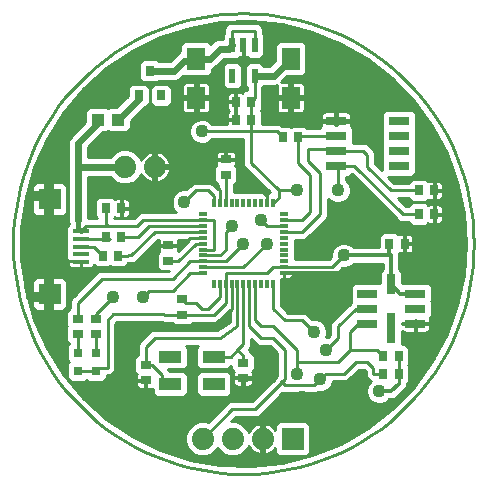
<source format=gtl>
G75*
G70*
%OFA0B0*%
%FSLAX24Y24*%
%IPPOS*%
%LPD*%
%AMOC8*
5,1,8,0,0,1.08239X$1,22.5*
%
%ADD10C,0.0100*%
%ADD11R,0.0315X0.0118*%
%ADD12R,0.0118X0.0315*%
%ADD13R,0.0748X0.0433*%
%ADD14R,0.0354X0.0276*%
%ADD15R,0.0551X0.0138*%
%ADD16R,0.0748X0.0709*%
%ADD17R,0.0276X0.0354*%
%ADD18R,0.0217X0.0472*%
%ADD19R,0.0630X0.0748*%
%ADD20R,0.0315X0.0354*%
%ADD21R,0.0433X0.0394*%
%ADD22R,0.0315X0.0315*%
%ADD23R,0.0740X0.0740*%
%ADD24C,0.0740*%
%ADD25R,0.0709X0.0315*%
%ADD26R,0.0315X0.0984*%
%ADD27R,0.0315X0.0657*%
%ADD28R,0.0657X0.0315*%
%ADD29C,0.0436*%
%ADD30C,0.0120*%
%ADD31C,0.0320*%
%ADD32C,0.0240*%
%ADD33C,0.0160*%
D10*
X002561Y002613D02*
X008150Y002613D01*
X008113Y002575D02*
X007408Y002575D01*
X007313Y002536D01*
X006648Y001871D01*
X006579Y001899D01*
X006349Y001899D01*
X006135Y001811D01*
X005972Y001648D01*
X005884Y001435D01*
X005884Y001204D01*
X005972Y000991D01*
X006135Y000828D01*
X006349Y000739D01*
X006579Y000739D01*
X006793Y000828D01*
X006956Y000991D01*
X006964Y001011D01*
X006972Y000991D01*
X007135Y000828D01*
X007349Y000739D01*
X007579Y000739D01*
X007793Y000828D01*
X007956Y000991D01*
X007997Y001091D01*
X008019Y001047D01*
X008067Y000981D01*
X008125Y000923D01*
X008191Y000875D01*
X008264Y000838D01*
X008342Y000812D01*
X008414Y000801D01*
X008414Y001269D01*
X008514Y001269D01*
X008514Y000801D01*
X008586Y000812D01*
X008664Y000838D01*
X008737Y000875D01*
X008803Y000923D01*
X008861Y000981D01*
X008884Y001013D01*
X008884Y000862D01*
X009007Y000739D01*
X009921Y000739D01*
X010044Y000862D01*
X010044Y001776D01*
X009921Y001899D01*
X009007Y001899D01*
X008884Y001776D01*
X008884Y001626D01*
X008861Y001658D01*
X008803Y001716D01*
X008737Y001764D01*
X008664Y001801D01*
X008586Y001827D01*
X008514Y001838D01*
X008514Y001369D01*
X008414Y001369D01*
X008414Y001838D01*
X008342Y001827D01*
X008264Y001801D01*
X008191Y001764D01*
X008125Y001716D01*
X008067Y001658D01*
X008019Y001592D01*
X007997Y001548D01*
X007956Y001648D01*
X007793Y001811D01*
X007579Y001899D01*
X007412Y001899D01*
X007568Y002055D01*
X008273Y002055D01*
X008368Y002095D01*
X009119Y002846D01*
X009151Y002833D01*
X009259Y002833D01*
X009283Y002843D01*
X010241Y002843D01*
X010310Y002871D01*
X010471Y002871D01*
X010629Y002937D01*
X010749Y003057D01*
X010814Y003214D01*
X010814Y003236D01*
X011225Y003236D01*
X011321Y003276D01*
X011394Y003349D01*
X011675Y003630D01*
X011853Y003630D01*
X011898Y003586D01*
X011898Y003445D01*
X011937Y003349D01*
X012011Y003276D01*
X012088Y003244D01*
X011992Y003148D01*
X011927Y002991D01*
X011927Y002821D01*
X011992Y002663D01*
X012112Y002543D01*
X012270Y002478D01*
X012440Y002478D01*
X012597Y002543D01*
X012690Y002636D01*
X012802Y002636D01*
X012901Y002677D01*
X012977Y002753D01*
X013233Y003009D01*
X013274Y003108D01*
X013274Y003155D01*
X013352Y003232D01*
X013352Y003761D01*
X013321Y003792D01*
X013352Y003823D01*
X013352Y004351D01*
X013229Y004474D01*
X013116Y004474D01*
X013116Y004909D01*
X013141Y004884D01*
X013175Y004865D01*
X013213Y004854D01*
X013533Y004854D01*
X013533Y005133D01*
X013590Y005133D01*
X013590Y004854D01*
X013910Y004854D01*
X013948Y004865D01*
X013982Y004884D01*
X014010Y004912D01*
X014030Y004946D01*
X014040Y004985D01*
X014040Y005133D01*
X013590Y005133D01*
X013590Y005191D01*
X013533Y005191D01*
X013533Y005294D01*
X013590Y005294D01*
X013590Y005191D01*
X014040Y005191D01*
X014040Y005339D01*
X014036Y005353D01*
X014100Y005417D01*
X014100Y005906D01*
X014095Y005912D01*
X014100Y005917D01*
X014100Y006406D01*
X013977Y006529D01*
X013146Y006529D01*
X013116Y006500D01*
X013116Y006891D01*
X013018Y006988D01*
X013018Y007487D01*
X013009Y007509D01*
X013044Y007500D01*
X013182Y007500D01*
X013182Y007808D01*
X013220Y007808D01*
X013220Y007500D01*
X013359Y007500D01*
X013397Y007510D01*
X013431Y007530D01*
X013459Y007558D01*
X013479Y007592D01*
X013489Y007630D01*
X013489Y007808D01*
X013220Y007808D01*
X013220Y007846D01*
X013182Y007846D01*
X013182Y008154D01*
X013044Y008154D01*
X013005Y008144D01*
X012992Y008136D01*
X012914Y008214D01*
X012465Y008214D01*
X012342Y008091D01*
X012342Y007703D01*
X011509Y007703D01*
X011416Y007796D01*
X011259Y007862D01*
X011088Y007862D01*
X010931Y007796D01*
X010811Y007676D01*
X010746Y007519D01*
X010746Y007373D01*
X010672Y007300D01*
X009533Y007300D01*
X009533Y007961D01*
X009847Y007961D01*
X009943Y008000D01*
X010016Y008074D01*
X010533Y008591D01*
X010533Y008591D01*
X010607Y008664D01*
X010646Y008760D01*
X010646Y009324D01*
X010734Y009236D01*
X010892Y009171D01*
X011062Y009171D01*
X011219Y009236D01*
X011340Y009356D01*
X011405Y009514D01*
X011405Y009684D01*
X011340Y009841D01*
X011237Y009944D01*
X011237Y010056D01*
X011352Y010056D01*
X011441Y010145D01*
X012922Y008664D01*
X012995Y008591D01*
X013090Y008551D01*
X013326Y008551D01*
X013326Y008547D01*
X013449Y008424D01*
X013898Y008424D01*
X013976Y008502D01*
X013990Y008494D01*
X014028Y008484D01*
X014167Y008484D01*
X014167Y008793D01*
X014204Y008793D01*
X014204Y008830D01*
X014167Y008830D01*
X014167Y009139D01*
X014028Y009139D01*
X013990Y009128D01*
X013976Y009121D01*
X013898Y009199D01*
X013449Y009199D01*
X013326Y009076D01*
X013326Y009071D01*
X013250Y009071D01*
X012982Y009339D01*
X013326Y009339D01*
X013326Y009335D01*
X013449Y009212D01*
X013898Y009212D01*
X013976Y009290D01*
X013990Y009282D01*
X014028Y009272D01*
X014167Y009272D01*
X014167Y009580D01*
X014204Y009580D01*
X014204Y009272D01*
X014343Y009272D01*
X014381Y009282D01*
X014415Y009302D01*
X014443Y009330D01*
X014463Y009364D01*
X014473Y009402D01*
X014473Y009580D01*
X014204Y009580D01*
X014204Y009618D01*
X014167Y009618D01*
X014167Y009926D01*
X014028Y009926D01*
X013990Y009916D01*
X013976Y009908D01*
X013898Y009986D01*
X013449Y009986D01*
X013326Y009863D01*
X013326Y009859D01*
X012856Y009859D01*
X012659Y010056D01*
X013452Y010056D01*
X013575Y010179D01*
X013575Y010668D01*
X013570Y010674D01*
X013575Y010679D01*
X013575Y011168D01*
X013570Y011174D01*
X013575Y011179D01*
X013575Y011668D01*
X013570Y011674D01*
X013575Y011679D01*
X013575Y012168D01*
X013452Y012291D01*
X012570Y012291D01*
X012447Y012168D01*
X012447Y011679D01*
X012452Y011674D01*
X012447Y011668D01*
X012447Y011179D01*
X012452Y011174D01*
X012447Y011168D01*
X012447Y010679D01*
X012452Y010674D01*
X012447Y010668D01*
X012447Y010268D01*
X012221Y010494D01*
X012221Y010832D01*
X012181Y010927D01*
X012108Y011000D01*
X011965Y011144D01*
X011869Y011184D01*
X011475Y011184D01*
X011475Y011668D01*
X011411Y011732D01*
X011415Y011746D01*
X011415Y011895D01*
X010940Y011895D01*
X010940Y011952D01*
X011415Y011952D01*
X011415Y012101D01*
X011405Y012139D01*
X011385Y012173D01*
X011357Y012201D01*
X011323Y012221D01*
X011285Y012231D01*
X010940Y012231D01*
X010940Y011952D01*
X010882Y011952D01*
X010882Y011895D01*
X010407Y011895D01*
X010407Y011746D01*
X010411Y011732D01*
X010362Y011684D01*
X009957Y011684D01*
X009883Y011758D01*
X009433Y011758D01*
X009402Y011727D01*
X009371Y011758D01*
X009127Y011758D01*
X009096Y011788D01*
X009001Y011827D01*
X008431Y011827D01*
X008431Y012225D01*
X008400Y012256D01*
X008431Y012287D01*
X008431Y012545D01*
X008461Y012618D01*
X008461Y013036D01*
X008513Y013088D01*
X008897Y013088D01*
X008943Y013107D01*
X008937Y013083D01*
X008937Y012739D01*
X009352Y012739D01*
X009352Y012639D01*
X009452Y012639D01*
X009452Y012165D01*
X009737Y012165D01*
X009775Y012176D01*
X009809Y012195D01*
X009837Y012223D01*
X009857Y012257D01*
X009867Y012296D01*
X009867Y012639D01*
X009452Y012639D01*
X009452Y012739D01*
X009867Y012739D01*
X009867Y013083D01*
X009857Y013121D01*
X009837Y013155D01*
X009809Y013183D01*
X009775Y013203D01*
X009737Y013213D01*
X009452Y013213D01*
X009452Y012739D01*
X009352Y012739D01*
X009352Y013213D01*
X009093Y013213D01*
X009285Y013405D01*
X009804Y013405D01*
X009927Y013528D01*
X009927Y014450D01*
X009804Y014573D01*
X009000Y014573D01*
X008877Y014450D01*
X008877Y013930D01*
X008694Y013748D01*
X008513Y013748D01*
X008396Y013864D01*
X008006Y013864D01*
X007883Y013741D01*
X007883Y013512D01*
X007871Y013483D01*
X007871Y013352D01*
X007883Y013324D01*
X007883Y013094D01*
X007941Y013036D01*
X007941Y012939D01*
X007858Y012939D01*
X007780Y012861D01*
X007767Y012869D01*
X007729Y012879D01*
X007590Y012879D01*
X007590Y012570D01*
X007552Y012570D01*
X007552Y012533D01*
X007283Y012533D01*
X007283Y012355D01*
X007294Y012317D01*
X007313Y012282D01*
X007339Y012256D01*
X007313Y012230D01*
X007294Y012196D01*
X007283Y012158D01*
X007283Y011980D01*
X007552Y011980D01*
X007552Y011942D01*
X007283Y011942D01*
X007283Y011827D01*
X006795Y011827D01*
X006692Y011930D01*
X006534Y011995D01*
X006364Y011995D01*
X006207Y011930D01*
X006086Y011810D01*
X006021Y011652D01*
X006021Y011482D01*
X006086Y011325D01*
X006207Y011204D01*
X006364Y011139D01*
X006534Y011139D01*
X006692Y011204D01*
X006795Y011307D01*
X007823Y011307D01*
X007823Y010472D01*
X007863Y010377D01*
X008706Y009533D01*
X008665Y009533D01*
X008615Y009482D01*
X008564Y009533D01*
X007497Y009533D01*
X007497Y009783D01*
X007501Y009783D01*
X007624Y009906D01*
X007624Y010355D01*
X007546Y010433D01*
X007554Y010446D01*
X007564Y010485D01*
X007564Y010623D01*
X007256Y010623D01*
X007256Y010661D01*
X007564Y010661D01*
X007564Y010800D01*
X007554Y010838D01*
X007534Y010872D01*
X007506Y010900D01*
X007472Y010920D01*
X007434Y010930D01*
X007256Y010930D01*
X007256Y010661D01*
X007218Y010661D01*
X007218Y010930D01*
X007040Y010930D01*
X007002Y010920D01*
X006967Y010900D01*
X006939Y010872D01*
X006920Y010838D01*
X006909Y010800D01*
X006909Y010661D01*
X007218Y010661D01*
X007218Y010623D01*
X006909Y010623D01*
X006909Y010485D01*
X006920Y010446D01*
X006927Y010433D01*
X006849Y010355D01*
X006849Y009906D01*
X006972Y009783D01*
X006977Y009783D01*
X006977Y009636D01*
X006866Y009746D01*
X006793Y009819D01*
X006698Y009859D01*
X006201Y009859D01*
X006105Y009819D01*
X006032Y009746D01*
X005919Y009633D01*
X005774Y009633D01*
X005616Y009568D01*
X005496Y009448D01*
X005431Y009290D01*
X005431Y009120D01*
X005496Y008963D01*
X005584Y008875D01*
X004429Y008875D01*
X004333Y008835D01*
X004176Y008678D01*
X003522Y008678D01*
X003543Y008699D01*
X003557Y008691D01*
X003595Y008681D01*
X003733Y008681D01*
X003733Y008989D01*
X003771Y008989D01*
X003771Y008681D01*
X003910Y008681D01*
X003948Y008691D01*
X003982Y008711D01*
X004010Y008739D01*
X004030Y008773D01*
X004040Y008811D01*
X004040Y008989D01*
X003771Y008989D01*
X003771Y009027D01*
X003733Y009027D01*
X003733Y009335D01*
X003595Y009335D01*
X003557Y009325D01*
X003543Y009317D01*
X003465Y009395D01*
X003016Y009395D01*
X002893Y009272D01*
X002893Y008744D01*
X002959Y008678D01*
X002645Y008678D01*
X002645Y010056D01*
X003384Y010056D01*
X003546Y009895D01*
X003759Y009806D01*
X003990Y009806D01*
X004203Y009895D01*
X004366Y010058D01*
X004407Y010157D01*
X004430Y010114D01*
X004478Y010047D01*
X004536Y009990D01*
X004602Y009941D01*
X004675Y009904D01*
X004753Y009879D01*
X004824Y009868D01*
X004824Y010336D01*
X004924Y010336D01*
X004924Y009868D01*
X004996Y009879D01*
X005074Y009904D01*
X005147Y009941D01*
X005213Y009990D01*
X005271Y010047D01*
X005319Y010114D01*
X005356Y010187D01*
X005382Y010264D01*
X005393Y010336D01*
X004924Y010336D01*
X004924Y010436D01*
X004824Y010436D01*
X004824Y010905D01*
X004753Y010893D01*
X004675Y010868D01*
X004602Y010831D01*
X004536Y010783D01*
X004478Y010725D01*
X004430Y010659D01*
X004407Y010615D01*
X004366Y010715D01*
X004203Y010878D01*
X003990Y010966D01*
X003759Y010966D01*
X003546Y010878D01*
X003384Y010716D01*
X002645Y010716D01*
X002645Y011037D01*
X003163Y011554D01*
X003284Y011554D01*
X003315Y011585D01*
X003346Y011554D01*
X003954Y011554D01*
X004077Y011677D01*
X004077Y011921D01*
X004533Y012377D01*
X004580Y012377D01*
X004703Y012500D01*
X004703Y013028D01*
X004580Y013151D01*
X004091Y013151D01*
X003968Y013028D01*
X003968Y012745D01*
X003590Y012368D01*
X003346Y012368D01*
X003315Y012337D01*
X003284Y012368D01*
X002677Y012368D01*
X002554Y012245D01*
X002554Y011879D01*
X002036Y011361D01*
X001985Y011239D01*
X001985Y008549D01*
X002013Y008483D01*
X001927Y008396D01*
X001927Y007317D01*
X001987Y007257D01*
X001987Y007217D01*
X002027Y007217D01*
X001987Y007217D01*
X001987Y007128D01*
X001997Y007090D01*
X002017Y007056D01*
X002045Y007028D01*
X002079Y007008D01*
X002117Y006998D01*
X002412Y006998D01*
X002412Y007194D01*
X002412Y007194D01*
X002412Y006998D01*
X002708Y006998D01*
X002746Y007008D01*
X002780Y007028D01*
X002808Y007056D01*
X002828Y007090D01*
X002834Y007116D01*
X002909Y007042D01*
X003358Y007042D01*
X003389Y007073D01*
X003420Y007042D01*
X003870Y007042D01*
X003993Y007165D01*
X003993Y007171D01*
X004090Y007173D01*
X004139Y007173D01*
X004142Y007175D01*
X004145Y007175D01*
X004189Y007194D01*
X004234Y007213D01*
X004237Y007215D01*
X004239Y007217D01*
X004273Y007252D01*
X004982Y007961D01*
X005010Y007961D01*
X005000Y007924D01*
X005000Y007785D01*
X005308Y007785D01*
X005308Y007748D01*
X005000Y007748D01*
X005000Y007609D01*
X005010Y007571D01*
X005018Y007557D01*
X004940Y007480D01*
X004940Y007030D01*
X005063Y006907D01*
X005358Y006907D01*
X005357Y006906D01*
X003051Y006906D01*
X002955Y006866D01*
X002168Y006079D01*
X002095Y006006D01*
X002055Y005910D01*
X002055Y005675D01*
X002051Y005675D01*
X001928Y005552D01*
X001928Y005102D01*
X001959Y005071D01*
X001928Y005040D01*
X001928Y004591D01*
X002018Y004500D01*
X001948Y004430D01*
X001948Y003941D01*
X001999Y003890D01*
X001948Y003839D01*
X001948Y003350D01*
X002071Y003227D01*
X002560Y003227D01*
X002611Y003278D01*
X002661Y003227D01*
X003150Y003227D01*
X003273Y003350D01*
X003273Y003433D01*
X003351Y003433D01*
X003447Y003473D01*
X003520Y003546D01*
X003560Y003642D01*
X003560Y005160D01*
X003604Y005205D01*
X005064Y005205D01*
X005221Y005196D01*
X005228Y005193D01*
X005273Y005193D01*
X005317Y005191D01*
X005324Y005193D01*
X005444Y005193D01*
X005532Y005105D01*
X006060Y005105D01*
X006148Y005193D01*
X006883Y005193D01*
X006978Y005233D01*
X007370Y005625D01*
X007370Y005210D01*
X006961Y004938D01*
X004823Y004938D01*
X004727Y004898D01*
X004428Y004599D01*
X004355Y004526D01*
X004315Y004430D01*
X004315Y004130D01*
X004311Y004130D01*
X004188Y004007D01*
X004188Y003558D01*
X004266Y003480D01*
X004258Y003466D01*
X004248Y003428D01*
X004248Y003289D01*
X004556Y003289D01*
X004556Y003252D01*
X004248Y003252D01*
X004248Y003113D01*
X004258Y003075D01*
X004278Y003041D01*
X004306Y003013D01*
X004340Y002993D01*
X004378Y002983D01*
X004556Y002983D01*
X004556Y003252D01*
X004594Y003252D01*
X004594Y002983D01*
X004772Y002983D01*
X004804Y002991D01*
X004804Y002850D01*
X004927Y002727D01*
X005849Y002727D01*
X005972Y002850D01*
X005972Y003457D01*
X005849Y003580D01*
X005348Y003580D01*
X005343Y003593D01*
X005302Y003633D01*
X005849Y003633D01*
X005972Y003756D01*
X005972Y004363D01*
X005917Y004418D01*
X006315Y004418D01*
X006260Y004363D01*
X006260Y003756D01*
X006383Y003633D01*
X007305Y003633D01*
X007426Y003753D01*
X007426Y003638D01*
X007504Y003560D01*
X007496Y003546D01*
X007486Y003508D01*
X007486Y003370D01*
X007794Y003370D01*
X007794Y003332D01*
X007486Y003332D01*
X007486Y003193D01*
X007496Y003155D01*
X007516Y003121D01*
X007544Y003093D01*
X007578Y003073D01*
X007616Y003063D01*
X007794Y003063D01*
X007794Y003332D01*
X007832Y003332D01*
X007832Y003370D01*
X008140Y003370D01*
X008140Y003508D01*
X008130Y003546D01*
X008122Y003560D01*
X008200Y003638D01*
X008200Y004087D01*
X008077Y004210D01*
X008049Y004210D01*
X008033Y004248D01*
X007998Y004284D01*
X008048Y004333D01*
X008087Y004429D01*
X008087Y004640D01*
X008197Y004530D01*
X008270Y004457D01*
X008366Y004418D01*
X008704Y004418D01*
X008945Y004176D01*
X008945Y003421D01*
X008878Y003354D01*
X008868Y003330D01*
X008113Y002575D01*
X008249Y002711D02*
X002461Y002711D01*
X002492Y002675D02*
X001827Y003467D01*
X001278Y004345D01*
X000857Y005290D01*
X000572Y006285D01*
X000428Y007310D01*
X000428Y008345D01*
X000572Y009369D01*
X000857Y010364D01*
X001278Y011309D01*
X001827Y012187D01*
X002492Y012980D01*
X003261Y013672D01*
X004119Y014251D01*
X005049Y014704D01*
X006033Y015024D01*
X007052Y015204D01*
X008086Y015240D01*
X009115Y015132D01*
X010119Y014881D01*
X011079Y014494D01*
X011975Y013976D01*
X012790Y013339D01*
X013509Y012595D01*
X014117Y011758D01*
X014603Y010844D01*
X014957Y009872D01*
X015172Y008859D01*
X015244Y007827D01*
X015172Y006795D01*
X014957Y005783D01*
X014603Y004810D01*
X014117Y003897D01*
X013509Y003060D01*
X012790Y002315D01*
X011975Y001678D01*
X011079Y001161D01*
X010119Y000773D01*
X009115Y000523D01*
X008086Y000415D01*
X007052Y000451D01*
X006033Y000630D01*
X005049Y000950D01*
X004119Y001404D01*
X003261Y001982D01*
X002492Y002675D01*
X002379Y002810D02*
X004845Y002810D01*
X004804Y002908D02*
X002296Y002908D01*
X002213Y003007D02*
X004317Y003007D01*
X004250Y003105D02*
X002131Y003105D01*
X002048Y003204D02*
X004248Y003204D01*
X004248Y003302D02*
X003225Y003302D01*
X003273Y003401D02*
X004248Y003401D01*
X004247Y003499D02*
X003473Y003499D01*
X003541Y003598D02*
X004188Y003598D01*
X004188Y003696D02*
X003560Y003696D01*
X003560Y003795D02*
X004188Y003795D01*
X004188Y003893D02*
X003560Y003893D01*
X003560Y003992D02*
X004188Y003992D01*
X004271Y004090D02*
X003560Y004090D01*
X003560Y004189D02*
X004315Y004189D01*
X004315Y004287D02*
X003560Y004287D01*
X003560Y004386D02*
X004315Y004386D01*
X004338Y004484D02*
X003560Y004484D01*
X003560Y004583D02*
X004412Y004583D01*
X004510Y004681D02*
X003560Y004681D01*
X003560Y004780D02*
X004609Y004780D01*
X004707Y004878D02*
X003560Y004878D01*
X003560Y004977D02*
X007019Y004977D01*
X007040Y005071D02*
X004481Y005071D01*
X003890Y004481D01*
X003890Y003300D01*
X003103Y002512D01*
X002889Y002317D02*
X007094Y002317D01*
X007192Y002416D02*
X002780Y002416D01*
X002670Y002514D02*
X007291Y002514D01*
X007305Y002727D02*
X007429Y002850D01*
X007429Y003457D01*
X007305Y003580D01*
X006383Y003580D01*
X006260Y003457D01*
X006260Y002850D01*
X006383Y002727D01*
X007305Y002727D01*
X007388Y002810D02*
X008347Y002810D01*
X008446Y002908D02*
X007429Y002908D01*
X007429Y003007D02*
X008544Y003007D01*
X008643Y003105D02*
X008094Y003105D01*
X008082Y003093D02*
X008110Y003121D01*
X008130Y003155D01*
X008140Y003193D01*
X008140Y003332D01*
X007832Y003332D01*
X007832Y003063D01*
X008010Y003063D01*
X008048Y003073D01*
X008082Y003093D01*
X008140Y003204D02*
X008741Y003204D01*
X008840Y003302D02*
X008140Y003302D01*
X008221Y003300D02*
X007827Y003300D01*
X007832Y003302D02*
X007794Y003302D01*
X007794Y003204D02*
X007832Y003204D01*
X007832Y003105D02*
X007794Y003105D01*
X007532Y003105D02*
X007429Y003105D01*
X007429Y003204D02*
X007486Y003204D01*
X007486Y003302D02*
X007429Y003302D01*
X007429Y003401D02*
X007486Y003401D01*
X007486Y003499D02*
X007387Y003499D01*
X007466Y003598D02*
X005338Y003598D01*
X005122Y003445D02*
X005122Y003154D01*
X005388Y003154D01*
X005337Y003103D01*
X005122Y003154D02*
X005071Y003103D01*
X005122Y003445D02*
X004785Y003782D01*
X004575Y003782D01*
X004575Y004378D01*
X004874Y004678D01*
X007040Y004678D01*
X007630Y005071D01*
X007630Y006489D01*
X007433Y006489D02*
X007433Y005662D01*
X007040Y005268D01*
X007040Y005071D01*
X007167Y005075D02*
X003560Y005075D01*
X003573Y005174D02*
X005463Y005174D01*
X005280Y005453D02*
X005071Y005465D01*
X003496Y005465D01*
X003300Y005268D01*
X003300Y003693D01*
X003004Y003693D01*
X002906Y003595D01*
X002315Y003595D01*
X001948Y003598D02*
X001745Y003598D01*
X001684Y003696D02*
X001948Y003696D01*
X001948Y003795D02*
X001622Y003795D01*
X001561Y003893D02*
X001996Y003893D01*
X001948Y003992D02*
X001499Y003992D01*
X001438Y004090D02*
X001948Y004090D01*
X001948Y004189D02*
X001376Y004189D01*
X001314Y004287D02*
X001948Y004287D01*
X001948Y004386D02*
X001260Y004386D01*
X001216Y004484D02*
X002002Y004484D01*
X001936Y004583D02*
X001172Y004583D01*
X001129Y004681D02*
X001928Y004681D01*
X001928Y004780D02*
X001085Y004780D01*
X001041Y004878D02*
X001928Y004878D01*
X001928Y004977D02*
X000997Y004977D01*
X000953Y005075D02*
X001956Y005075D01*
X001928Y005174D02*
X000909Y005174D01*
X000865Y005272D02*
X001928Y005272D01*
X001928Y005371D02*
X000834Y005371D01*
X000806Y005469D02*
X001928Y005469D01*
X001944Y005568D02*
X000778Y005568D01*
X000750Y005666D02*
X000831Y005666D01*
X000785Y005713D02*
X000908Y005590D01*
X001830Y005590D01*
X001953Y005713D01*
X001953Y006595D01*
X001830Y006718D01*
X000908Y006718D01*
X000785Y006595D01*
X000785Y005713D01*
X000785Y005765D02*
X000721Y005765D01*
X000693Y005863D02*
X000785Y005863D01*
X000785Y005962D02*
X000665Y005962D01*
X000637Y006060D02*
X000785Y006060D01*
X000785Y006159D02*
X000608Y006159D01*
X000580Y006257D02*
X000785Y006257D01*
X000785Y006356D02*
X000562Y006356D01*
X000548Y006454D02*
X000785Y006454D01*
X000785Y006553D02*
X000534Y006553D01*
X000521Y006651D02*
X000841Y006651D01*
X000507Y006750D02*
X002839Y006750D01*
X002937Y006848D02*
X000493Y006848D01*
X000479Y006947D02*
X005023Y006947D01*
X004940Y007045D02*
X003873Y007045D01*
X003972Y007144D02*
X004940Y007144D01*
X004940Y007242D02*
X004264Y007242D01*
X004362Y007341D02*
X004940Y007341D01*
X004940Y007439D02*
X004460Y007439D01*
X004559Y007538D02*
X004998Y007538D01*
X005000Y007636D02*
X004657Y007636D01*
X004756Y007735D02*
X005000Y007735D01*
X005000Y007833D02*
X004854Y007833D01*
X004953Y007932D02*
X005002Y007932D01*
X004874Y008221D02*
X004087Y007433D01*
X003885Y007429D01*
X003645Y007429D01*
X003417Y007045D02*
X003362Y007045D01*
X003133Y007429D02*
X002833Y007729D01*
X002412Y007729D01*
X002412Y007985D02*
X003369Y007985D01*
X003232Y008044D01*
X003300Y008418D02*
X003241Y008477D01*
X003241Y009008D01*
X002893Y009015D02*
X002645Y009015D01*
X002645Y008917D02*
X002893Y008917D01*
X002893Y008818D02*
X002645Y008818D01*
X002645Y008720D02*
X002917Y008720D01*
X002589Y008418D02*
X002412Y008241D01*
X002589Y008418D02*
X003300Y008418D01*
X004284Y008418D01*
X004481Y008615D01*
X006489Y008615D01*
X006843Y008615D01*
X006843Y007630D01*
X006489Y007630D01*
X006489Y007433D02*
X007040Y007433D01*
X007237Y007630D01*
X007237Y008221D01*
X007433Y008418D01*
X000150Y007827D02*
X000159Y008204D01*
X000187Y008579D01*
X000233Y008953D01*
X000298Y009325D01*
X000380Y009692D01*
X000481Y010056D01*
X000599Y010413D01*
X000734Y010765D01*
X000887Y011109D01*
X001056Y011446D01*
X001242Y011774D01*
X001444Y012092D01*
X001661Y012400D01*
X001893Y012697D01*
X002139Y012983D01*
X002399Y013255D01*
X002671Y013515D01*
X002957Y013761D01*
X003254Y013993D01*
X003562Y014210D01*
X003880Y014412D01*
X004208Y014598D01*
X004545Y014767D01*
X004889Y014920D01*
X005241Y015055D01*
X005598Y015173D01*
X005962Y015274D01*
X006329Y015356D01*
X006701Y015421D01*
X007075Y015467D01*
X007450Y015495D01*
X007827Y015504D01*
X008204Y015495D01*
X008579Y015467D01*
X008953Y015421D01*
X009325Y015356D01*
X009692Y015274D01*
X010056Y015173D01*
X010413Y015055D01*
X010765Y014920D01*
X011109Y014767D01*
X011446Y014598D01*
X011774Y014412D01*
X012092Y014210D01*
X012400Y013993D01*
X012697Y013761D01*
X012983Y013515D01*
X013255Y013255D01*
X013515Y012983D01*
X013761Y012697D01*
X013993Y012400D01*
X014210Y012092D01*
X014412Y011774D01*
X014598Y011446D01*
X014767Y011109D01*
X014920Y010765D01*
X015055Y010413D01*
X015173Y010056D01*
X015274Y009692D01*
X015356Y009325D01*
X015421Y008953D01*
X015467Y008579D01*
X015495Y008204D01*
X015504Y007827D01*
X015495Y007450D01*
X015467Y007075D01*
X015421Y006701D01*
X015356Y006329D01*
X015274Y005962D01*
X015173Y005598D01*
X015055Y005241D01*
X014920Y004889D01*
X014767Y004545D01*
X014598Y004208D01*
X014412Y003880D01*
X014210Y003562D01*
X013993Y003254D01*
X013761Y002957D01*
X013515Y002671D01*
X013255Y002399D01*
X012983Y002139D01*
X012697Y001893D01*
X012400Y001661D01*
X012092Y001444D01*
X011774Y001242D01*
X011446Y001056D01*
X011109Y000887D01*
X010765Y000734D01*
X010413Y000599D01*
X010056Y000481D01*
X009692Y000380D01*
X009325Y000298D01*
X008953Y000233D01*
X008579Y000187D01*
X008204Y000159D01*
X007827Y000150D01*
X007450Y000159D01*
X007075Y000187D01*
X006701Y000233D01*
X006329Y000298D01*
X005962Y000380D01*
X005598Y000481D01*
X005241Y000599D01*
X004889Y000734D01*
X004545Y000887D01*
X004208Y001056D01*
X003880Y001242D01*
X003562Y001444D01*
X003254Y001661D01*
X002957Y001893D01*
X002671Y002139D01*
X002399Y002399D01*
X002139Y002671D01*
X001893Y002957D01*
X001661Y003254D01*
X001444Y003562D01*
X001242Y003880D01*
X001056Y004208D01*
X000887Y004545D01*
X000734Y004889D01*
X000599Y005241D01*
X000481Y005598D01*
X000380Y005962D01*
X000298Y006329D01*
X000233Y006701D01*
X000187Y007075D01*
X000159Y007450D01*
X000150Y007827D01*
X000428Y007833D02*
X001927Y007833D01*
X001927Y007735D02*
X000428Y007735D01*
X000428Y007636D02*
X001927Y007636D01*
X001927Y007538D02*
X000428Y007538D01*
X000428Y007439D02*
X001927Y007439D01*
X001927Y007341D02*
X000428Y007341D01*
X000438Y007242D02*
X001987Y007242D01*
X002027Y007217D02*
X002027Y007217D01*
X001987Y007144D02*
X000451Y007144D01*
X000465Y007045D02*
X002027Y007045D01*
X001725Y007237D02*
X002512Y007237D01*
X002412Y007144D02*
X002412Y007144D01*
X002412Y007045D02*
X002412Y007045D01*
X002797Y007045D02*
X002905Y007045D01*
X002740Y006651D02*
X001897Y006651D01*
X001953Y006553D02*
X002642Y006553D01*
X002543Y006454D02*
X001953Y006454D01*
X001953Y006356D02*
X002445Y006356D01*
X002346Y006257D02*
X001953Y006257D01*
X001953Y006159D02*
X002248Y006159D01*
X002149Y006060D02*
X001953Y006060D01*
X001953Y005962D02*
X002077Y005962D01*
X002055Y005863D02*
X001953Y005863D01*
X001953Y005765D02*
X002055Y005765D01*
X002042Y005666D02*
X001906Y005666D01*
X002315Y005859D02*
X002315Y005327D01*
X002315Y005859D02*
X003103Y006646D01*
X005465Y006646D01*
X006056Y007237D01*
X006489Y007237D01*
X007237Y007237D01*
X007827Y007827D01*
X007827Y007040D02*
X008615Y007827D01*
X009166Y008221D02*
X009796Y008221D01*
X010386Y008811D01*
X010386Y010189D01*
X009993Y010583D01*
X009993Y010977D01*
X010858Y010977D01*
X010911Y010924D01*
X011817Y010924D01*
X011961Y010780D01*
X011961Y010386D01*
X012748Y009599D01*
X013674Y009599D01*
X013364Y009902D02*
X012813Y009902D01*
X012715Y010000D02*
X014910Y010000D01*
X014874Y010099D02*
X013495Y010099D01*
X013575Y010197D02*
X014839Y010197D01*
X014803Y010296D02*
X013575Y010296D01*
X013575Y010394D02*
X014767Y010394D01*
X014731Y010493D02*
X013575Y010493D01*
X013575Y010591D02*
X014695Y010591D01*
X014659Y010690D02*
X013575Y010690D01*
X013575Y010788D02*
X014623Y010788D01*
X014580Y010887D02*
X013575Y010887D01*
X013575Y010985D02*
X014528Y010985D01*
X014476Y011084D02*
X013575Y011084D01*
X013575Y011182D02*
X014423Y011182D01*
X014371Y011281D02*
X013575Y011281D01*
X013575Y011379D02*
X014319Y011379D01*
X014266Y011478D02*
X013575Y011478D01*
X013575Y011576D02*
X014214Y011576D01*
X014161Y011675D02*
X013571Y011675D01*
X013575Y011773D02*
X014106Y011773D01*
X014035Y011872D02*
X013575Y011872D01*
X013575Y011970D02*
X013963Y011970D01*
X013891Y012069D02*
X013575Y012069D01*
X013575Y012167D02*
X013820Y012167D01*
X013748Y012266D02*
X013478Y012266D01*
X013677Y012364D02*
X009867Y012364D01*
X009867Y012463D02*
X013605Y012463D01*
X013534Y012561D02*
X009867Y012561D01*
X009867Y012758D02*
X013351Y012758D01*
X013256Y012857D02*
X009867Y012857D01*
X009867Y012955D02*
X013161Y012955D01*
X013066Y013054D02*
X009867Y013054D01*
X009839Y013152D02*
X012971Y013152D01*
X012876Y013251D02*
X009131Y013251D01*
X009229Y013349D02*
X012778Y013349D01*
X012790Y013339D02*
X012790Y013339D01*
X012652Y013448D02*
X009847Y013448D01*
X009927Y013546D02*
X012525Y013546D01*
X012399Y013645D02*
X009927Y013645D01*
X009927Y013743D02*
X012273Y013743D01*
X012147Y013842D02*
X009927Y013842D01*
X009927Y013940D02*
X012021Y013940D01*
X011975Y013976D02*
X011975Y013976D01*
X011867Y014039D02*
X009927Y014039D01*
X009927Y014137D02*
X011696Y014137D01*
X011526Y014236D02*
X009927Y014236D01*
X009927Y014334D02*
X011355Y014334D01*
X011185Y014433D02*
X009927Y014433D01*
X009845Y014531D02*
X010986Y014531D01*
X010742Y014630D02*
X008519Y014630D01*
X008519Y014728D02*
X010499Y014728D01*
X010255Y014827D02*
X008481Y014827D01*
X008481Y014803D02*
X008481Y014965D01*
X008441Y015061D01*
X008368Y015134D01*
X008273Y015174D01*
X007382Y015174D01*
X007286Y015134D01*
X007213Y015061D01*
X007173Y014965D01*
X007173Y014803D01*
X007135Y014765D01*
X007135Y014653D01*
X006974Y014653D01*
X006853Y014603D01*
X006760Y014510D01*
X006738Y014489D01*
X006654Y014573D01*
X005850Y014573D01*
X005727Y014450D01*
X005727Y014232D01*
X005672Y014209D01*
X005383Y013921D01*
X005011Y013921D01*
X004954Y013978D01*
X004465Y013978D01*
X004342Y013855D01*
X004342Y013327D01*
X004465Y013204D01*
X004954Y013204D01*
X005011Y013261D01*
X005586Y013261D01*
X005707Y013311D01*
X005800Y013404D01*
X005825Y013430D01*
X005850Y013405D01*
X006654Y013405D01*
X006777Y013528D01*
X006777Y013661D01*
X006892Y013709D01*
X007176Y013993D01*
X007401Y013993D01*
X007405Y013995D01*
X007648Y013995D01*
X007708Y014055D01*
X007823Y014055D01*
X007823Y014437D01*
X007831Y014437D01*
X007831Y014055D01*
X007946Y014055D01*
X008006Y013995D01*
X008396Y013995D01*
X008519Y014118D01*
X008519Y014765D01*
X008481Y014803D01*
X008481Y014925D02*
X009944Y014925D01*
X009549Y015024D02*
X008457Y015024D01*
X008380Y015122D02*
X009154Y015122D01*
X008958Y014531D02*
X008519Y014531D01*
X008519Y014433D02*
X008877Y014433D01*
X008877Y014334D02*
X008519Y014334D01*
X008519Y014236D02*
X008877Y014236D01*
X008877Y014137D02*
X008519Y014137D01*
X008440Y014039D02*
X008877Y014039D01*
X008877Y013940D02*
X007123Y013940D01*
X007025Y013842D02*
X007236Y013842D01*
X007258Y013864D02*
X007135Y013741D01*
X007135Y013094D01*
X007258Y012971D01*
X007648Y012971D01*
X007771Y013094D01*
X007771Y013741D01*
X007648Y013864D01*
X007258Y013864D01*
X007137Y013743D02*
X006926Y013743D01*
X006777Y013645D02*
X007135Y013645D01*
X007135Y013546D02*
X006777Y013546D01*
X006697Y013448D02*
X007135Y013448D01*
X007135Y013349D02*
X005745Y013349D01*
X005845Y013183D02*
X005817Y013155D01*
X005798Y013121D01*
X005787Y013083D01*
X005787Y012739D01*
X006202Y012739D01*
X006202Y012639D01*
X006302Y012639D01*
X006302Y012165D01*
X006587Y012165D01*
X006625Y012176D01*
X006659Y012195D01*
X006687Y012223D01*
X006707Y012257D01*
X006717Y012296D01*
X006717Y012639D01*
X006302Y012639D01*
X006302Y012739D01*
X006202Y012739D01*
X006202Y013213D01*
X005918Y013213D01*
X005880Y013203D01*
X005845Y013183D01*
X005815Y013152D02*
X002683Y013152D01*
X002574Y013054D02*
X003993Y013054D01*
X003968Y012955D02*
X002471Y012955D01*
X002388Y012857D02*
X003968Y012857D01*
X003968Y012758D02*
X002306Y012758D01*
X002223Y012660D02*
X003882Y012660D01*
X003783Y012561D02*
X002141Y012561D01*
X002058Y012463D02*
X003685Y012463D01*
X003343Y012364D02*
X003288Y012364D01*
X002673Y012364D02*
X001975Y012364D01*
X001893Y012266D02*
X002575Y012266D01*
X002554Y012167D02*
X001814Y012167D01*
X001753Y012069D02*
X002554Y012069D01*
X002554Y011970D02*
X001691Y011970D01*
X001630Y011872D02*
X002547Y011872D01*
X002448Y011773D02*
X001568Y011773D01*
X001506Y011675D02*
X002350Y011675D01*
X002251Y011576D02*
X001445Y011576D01*
X001383Y011478D02*
X002153Y011478D01*
X002054Y011379D02*
X001322Y011379D01*
X001265Y011281D02*
X002002Y011281D01*
X001985Y011182D02*
X001222Y011182D01*
X001178Y011084D02*
X001985Y011084D01*
X001985Y010985D02*
X001134Y010985D01*
X001090Y010887D02*
X001985Y010887D01*
X001985Y010788D02*
X001046Y010788D01*
X001002Y010690D02*
X001985Y010690D01*
X001985Y010591D02*
X000958Y010591D01*
X000915Y010493D02*
X001985Y010493D01*
X001985Y010394D02*
X000871Y010394D01*
X000838Y010296D02*
X001985Y010296D01*
X001985Y010197D02*
X000809Y010197D01*
X000781Y010099D02*
X001985Y010099D01*
X001985Y010000D02*
X000753Y010000D01*
X000725Y009902D02*
X001985Y009902D01*
X001985Y009803D02*
X001895Y009803D01*
X001953Y009745D02*
X001830Y009868D01*
X000908Y009868D01*
X000785Y009745D01*
X000785Y008862D01*
X000908Y008739D01*
X001830Y008739D01*
X001953Y008862D01*
X001953Y009745D01*
X001953Y009705D02*
X001985Y009705D01*
X001985Y009606D02*
X001953Y009606D01*
X001953Y009508D02*
X001985Y009508D01*
X001985Y009409D02*
X001953Y009409D01*
X001953Y009311D02*
X001985Y009311D01*
X001985Y009212D02*
X001953Y009212D01*
X001953Y009114D02*
X001985Y009114D01*
X001985Y009015D02*
X001953Y009015D01*
X001953Y008917D02*
X001985Y008917D01*
X001985Y008818D02*
X001909Y008818D01*
X001985Y008720D02*
X000481Y008720D01*
X000495Y008818D02*
X000829Y008818D01*
X000785Y008917D02*
X000508Y008917D01*
X000522Y009015D02*
X000785Y009015D01*
X000785Y009114D02*
X000536Y009114D01*
X000550Y009212D02*
X000785Y009212D01*
X000785Y009311D02*
X000564Y009311D01*
X000583Y009409D02*
X000785Y009409D01*
X000785Y009508D02*
X000612Y009508D01*
X000640Y009606D02*
X000785Y009606D01*
X000785Y009705D02*
X000668Y009705D01*
X000696Y009803D02*
X000843Y009803D01*
X000467Y008621D02*
X001985Y008621D01*
X001996Y008523D02*
X000453Y008523D01*
X000439Y008424D02*
X001954Y008424D01*
X001927Y008326D02*
X000428Y008326D01*
X000428Y008227D02*
X001927Y008227D01*
X001927Y008129D02*
X000428Y008129D01*
X000428Y008030D02*
X001927Y008030D01*
X001927Y007932D02*
X000428Y007932D01*
X002645Y009114D02*
X002893Y009114D01*
X002893Y009212D02*
X002645Y009212D01*
X002645Y009311D02*
X002931Y009311D01*
X002645Y009409D02*
X005480Y009409D01*
X005439Y009311D02*
X003973Y009311D01*
X003982Y009305D02*
X003948Y009325D01*
X003910Y009335D01*
X003771Y009335D01*
X003771Y009027D01*
X004040Y009027D01*
X004040Y009205D01*
X004030Y009243D01*
X004010Y009278D01*
X003982Y009305D01*
X004038Y009212D02*
X005431Y009212D01*
X005433Y009114D02*
X004040Y009114D01*
X003771Y009114D02*
X003733Y009114D01*
X003733Y009212D02*
X003771Y009212D01*
X003771Y009311D02*
X003733Y009311D01*
X003771Y009015D02*
X005474Y009015D01*
X005542Y008917D02*
X004040Y008917D01*
X004040Y008818D02*
X004316Y008818D01*
X004218Y008720D02*
X003991Y008720D01*
X003771Y008720D02*
X003733Y008720D01*
X003733Y008818D02*
X003771Y008818D01*
X003771Y008917D02*
X003733Y008917D01*
X003744Y008044D02*
X004304Y008044D01*
X004678Y008418D01*
X006489Y008418D01*
X006489Y008221D02*
X004874Y008221D01*
X005346Y007785D02*
X005654Y007785D01*
X005654Y007924D01*
X005644Y007961D01*
X006018Y007961D01*
X005650Y007592D01*
X005654Y007609D01*
X005654Y007748D01*
X005346Y007748D01*
X005346Y007785D01*
X005654Y007833D02*
X005891Y007833D01*
X005859Y007827D02*
X006056Y008024D01*
X006489Y008024D01*
X006489Y007827D02*
X006252Y007827D01*
X005662Y007237D01*
X005345Y007237D01*
X005327Y007255D01*
X005654Y007636D02*
X005694Y007636D01*
X005654Y007735D02*
X005792Y007735D01*
X005652Y007932D02*
X005989Y007932D01*
X006489Y007040D02*
X007827Y007040D01*
X007827Y006489D02*
X007827Y004481D01*
X007630Y004284D01*
X007813Y004101D01*
X007813Y003863D01*
X007827Y003863D01*
X008099Y004189D02*
X008933Y004189D01*
X008945Y004090D02*
X008198Y004090D01*
X008200Y003992D02*
X008945Y003992D01*
X008945Y003893D02*
X008200Y003893D01*
X008200Y003795D02*
X008945Y003795D01*
X008945Y003696D02*
X008200Y003696D01*
X008160Y003598D02*
X008945Y003598D01*
X008945Y003499D02*
X008140Y003499D01*
X008140Y003401D02*
X008924Y003401D01*
X009107Y003201D02*
X008221Y002315D01*
X007460Y002315D01*
X006464Y001319D01*
X006050Y001726D02*
X003641Y001726D01*
X003787Y001628D02*
X005964Y001628D01*
X005923Y001529D02*
X003933Y001529D01*
X004079Y001431D02*
X005884Y001431D01*
X005884Y001332D02*
X004266Y001332D01*
X004468Y001234D02*
X005884Y001234D01*
X005913Y001135D02*
X004670Y001135D01*
X004871Y001037D02*
X005953Y001037D01*
X006025Y000938D02*
X005086Y000938D01*
X005389Y000840D02*
X006124Y000840D01*
X005995Y000643D02*
X009596Y000643D01*
X009923Y000741D02*
X009991Y000741D01*
X010021Y000840D02*
X010284Y000840D01*
X010044Y000938D02*
X010528Y000938D01*
X010771Y001037D02*
X010044Y001037D01*
X010044Y001135D02*
X011015Y001135D01*
X011205Y001234D02*
X010044Y001234D01*
X010044Y001332D02*
X011375Y001332D01*
X011546Y001431D02*
X010044Y001431D01*
X010044Y001529D02*
X011717Y001529D01*
X011887Y001628D02*
X010044Y001628D01*
X010044Y001726D02*
X012036Y001726D01*
X012162Y001825D02*
X009996Y001825D01*
X008932Y001825D02*
X008592Y001825D01*
X008514Y001825D02*
X008414Y001825D01*
X008336Y001825D02*
X007760Y001825D01*
X007878Y001726D02*
X008139Y001726D01*
X008045Y001628D02*
X007964Y001628D01*
X007534Y002022D02*
X012414Y002022D01*
X012288Y001923D02*
X007435Y001923D01*
X006995Y002219D02*
X002998Y002219D01*
X003108Y002120D02*
X006897Y002120D01*
X006798Y002022D02*
X003217Y002022D01*
X003349Y001923D02*
X006700Y001923D01*
X006168Y001825D02*
X003495Y001825D01*
X004556Y003007D02*
X004594Y003007D01*
X004594Y003105D02*
X004556Y003105D01*
X004556Y003204D02*
X004594Y003204D01*
X005930Y003499D02*
X006302Y003499D01*
X006260Y003401D02*
X005972Y003401D01*
X005972Y003302D02*
X006260Y003302D01*
X006260Y003204D02*
X005972Y003204D01*
X005972Y003105D02*
X006260Y003105D01*
X006260Y003007D02*
X005972Y003007D01*
X005972Y002908D02*
X006260Y002908D01*
X006301Y002810D02*
X005931Y002810D01*
X005912Y003696D02*
X006320Y003696D01*
X006260Y003795D02*
X005972Y003795D01*
X005972Y003893D02*
X006260Y003893D01*
X006260Y003992D02*
X005972Y003992D01*
X005972Y004090D02*
X006260Y004090D01*
X006260Y004189D02*
X005972Y004189D01*
X005972Y004287D02*
X006260Y004287D01*
X006283Y004386D02*
X005949Y004386D01*
X006128Y005174D02*
X007315Y005174D01*
X007370Y005272D02*
X007018Y005272D01*
X007116Y005371D02*
X007370Y005371D01*
X007370Y005469D02*
X007215Y005469D01*
X007313Y005568D02*
X007370Y005568D01*
X007237Y005859D02*
X007237Y006489D01*
X007237Y006843D01*
X008615Y006843D01*
X008811Y007040D01*
X009166Y007040D01*
X010780Y007040D01*
X011174Y007433D01*
X011489Y007144D02*
X012478Y007144D01*
X012478Y007163D02*
X012478Y006988D01*
X012381Y006891D01*
X012381Y006500D01*
X012351Y006529D01*
X011520Y006529D01*
X011397Y006406D01*
X011397Y005917D01*
X011402Y005912D01*
X011397Y005906D01*
X011397Y005859D01*
X010829Y005292D01*
X010756Y005219D01*
X010717Y005123D01*
X010717Y004785D01*
X010643Y004712D01*
X010585Y004712D01*
X010617Y004789D01*
X010617Y004960D01*
X010552Y005117D01*
X010432Y005237D01*
X010275Y005303D01*
X010129Y005303D01*
X010016Y005415D01*
X009943Y005489D01*
X009847Y005528D01*
X009313Y005528D01*
X009071Y005770D01*
X009071Y006235D01*
X009080Y006244D01*
X009080Y006634D01*
X009166Y006634D01*
X009343Y006634D01*
X009381Y006644D01*
X009415Y006664D01*
X009443Y006692D01*
X009463Y006726D01*
X009473Y006764D01*
X009473Y006780D01*
X010832Y006780D01*
X010927Y006819D01*
X011000Y006892D01*
X011000Y006892D01*
X011113Y007005D01*
X011259Y007005D01*
X011416Y007071D01*
X011509Y007163D01*
X012478Y007163D01*
X012478Y007045D02*
X011355Y007045D01*
X011054Y006947D02*
X012437Y006947D01*
X012381Y006848D02*
X010956Y006848D01*
X010713Y007341D02*
X009533Y007341D01*
X009533Y007439D02*
X010746Y007439D01*
X010753Y007538D02*
X009533Y007538D01*
X009533Y007636D02*
X010794Y007636D01*
X010869Y007735D02*
X009533Y007735D01*
X009533Y007833D02*
X011020Y007833D01*
X011328Y007833D02*
X012342Y007833D01*
X012342Y007735D02*
X011478Y007735D01*
X012342Y007932D02*
X009533Y007932D01*
X009973Y008030D02*
X012342Y008030D01*
X012379Y008129D02*
X010071Y008129D01*
X010170Y008227D02*
X015216Y008227D01*
X015209Y008326D02*
X010268Y008326D01*
X010367Y008424D02*
X015203Y008424D01*
X015196Y008523D02*
X014424Y008523D01*
X014415Y008514D02*
X014443Y008542D01*
X014463Y008576D01*
X014473Y008615D01*
X014473Y008793D01*
X014204Y008793D01*
X014204Y008484D01*
X014343Y008484D01*
X014381Y008494D01*
X014415Y008514D01*
X014473Y008621D02*
X015189Y008621D01*
X015182Y008720D02*
X014473Y008720D01*
X014473Y008830D02*
X014473Y009008D01*
X014463Y009046D01*
X014443Y009081D01*
X014415Y009109D01*
X014381Y009128D01*
X014343Y009139D01*
X014204Y009139D01*
X014204Y008830D01*
X014473Y008830D01*
X014473Y008917D02*
X015160Y008917D01*
X015175Y008818D02*
X014204Y008818D01*
X014204Y008720D02*
X014167Y008720D01*
X014167Y008621D02*
X014204Y008621D01*
X014204Y008523D02*
X014167Y008523D01*
X014167Y008917D02*
X014204Y008917D01*
X014204Y009015D02*
X014167Y009015D01*
X014167Y009114D02*
X014204Y009114D01*
X014204Y009311D02*
X014167Y009311D01*
X014167Y009409D02*
X014204Y009409D01*
X014204Y009508D02*
X014167Y009508D01*
X014204Y009606D02*
X015013Y009606D01*
X014993Y009705D02*
X014473Y009705D01*
X014473Y009618D02*
X014473Y009796D01*
X014463Y009834D01*
X014443Y009868D01*
X014415Y009896D01*
X014381Y009916D01*
X014343Y009926D01*
X014204Y009926D01*
X014204Y009618D01*
X014473Y009618D01*
X014473Y009508D02*
X015034Y009508D01*
X015055Y009409D02*
X014473Y009409D01*
X014424Y009311D02*
X015076Y009311D01*
X015097Y009212D02*
X013899Y009212D01*
X013674Y008811D02*
X013142Y008811D01*
X011530Y010424D01*
X010977Y010424D01*
X010977Y009599D01*
X011280Y009902D02*
X011684Y009902D01*
X011586Y010000D02*
X011237Y010000D01*
X011395Y010099D02*
X011487Y010099D01*
X011356Y009803D02*
X011783Y009803D01*
X011881Y009705D02*
X011396Y009705D01*
X011405Y009606D02*
X011980Y009606D01*
X012078Y009508D02*
X011402Y009508D01*
X011362Y009409D02*
X012177Y009409D01*
X012275Y009311D02*
X011294Y009311D01*
X011162Y009212D02*
X012374Y009212D01*
X012472Y009114D02*
X010646Y009114D01*
X010646Y009212D02*
X010792Y009212D01*
X010660Y009311D02*
X010646Y009311D01*
X010646Y009015D02*
X012571Y009015D01*
X012669Y008917D02*
X010646Y008917D01*
X010646Y008818D02*
X012768Y008818D01*
X012866Y008720D02*
X010630Y008720D01*
X010564Y008621D02*
X012965Y008621D01*
X013351Y008523D02*
X010465Y008523D01*
X010052Y008870D02*
X009796Y008615D01*
X009166Y008615D01*
X009166Y008418D02*
X008615Y008418D01*
X008418Y008615D01*
X008615Y009166D02*
X008615Y009402D01*
X008418Y009599D01*
X008535Y009705D02*
X007497Y009705D01*
X007497Y009606D02*
X008633Y009606D01*
X008640Y009508D02*
X008589Y009508D01*
X008436Y009803D02*
X007521Y009803D01*
X007620Y009902D02*
X008338Y009902D01*
X008239Y010000D02*
X007624Y010000D01*
X007624Y010099D02*
X008141Y010099D01*
X008042Y010197D02*
X007624Y010197D01*
X007624Y010296D02*
X007944Y010296D01*
X007855Y010394D02*
X007585Y010394D01*
X007564Y010493D02*
X007823Y010493D01*
X007823Y010591D02*
X007564Y010591D01*
X007564Y010690D02*
X007823Y010690D01*
X007823Y010788D02*
X007564Y010788D01*
X007519Y010887D02*
X007823Y010887D01*
X007823Y010985D02*
X002645Y010985D01*
X002645Y010887D02*
X003567Y010887D01*
X003456Y010788D02*
X002645Y010788D01*
X002692Y011084D02*
X007823Y011084D01*
X007823Y011182D02*
X006638Y011182D01*
X006768Y011281D02*
X007823Y011281D01*
X008083Y011567D02*
X008949Y011567D01*
X009146Y011370D01*
X009111Y011773D02*
X010407Y011773D01*
X010407Y011872D02*
X008431Y011872D01*
X008431Y011970D02*
X010407Y011970D01*
X010407Y011952D02*
X010882Y011952D01*
X010882Y012231D01*
X010537Y012231D01*
X010499Y012221D01*
X010465Y012201D01*
X010437Y012173D01*
X010417Y012139D01*
X010407Y012101D01*
X010407Y011952D01*
X010407Y012069D02*
X008431Y012069D01*
X008431Y012167D02*
X009061Y012167D01*
X009067Y012165D02*
X009352Y012165D01*
X009352Y012639D01*
X008937Y012639D01*
X008937Y012296D01*
X008947Y012257D01*
X008967Y012223D01*
X008995Y012195D01*
X009029Y012176D01*
X009067Y012165D01*
X008945Y012266D02*
X008409Y012266D01*
X008431Y012364D02*
X008937Y012364D01*
X008937Y012463D02*
X008431Y012463D01*
X008438Y012561D02*
X008937Y012561D01*
X008937Y012758D02*
X008461Y012758D01*
X008461Y012660D02*
X009352Y012660D01*
X009352Y012758D02*
X009452Y012758D01*
X009452Y012660D02*
X013447Y012660D01*
X012544Y012266D02*
X009859Y012266D01*
X009743Y012167D02*
X010433Y012167D01*
X010882Y012167D02*
X010940Y012167D01*
X010940Y012069D02*
X010882Y012069D01*
X010882Y011970D02*
X010940Y011970D01*
X010940Y011895D02*
X010940Y011791D01*
X010882Y011791D01*
X010882Y011895D01*
X010940Y011895D01*
X010940Y011872D02*
X010882Y011872D01*
X010911Y011424D02*
X009711Y011424D01*
X009658Y011370D01*
X009658Y010524D01*
X010052Y010130D01*
X010052Y008870D01*
X009599Y009599D02*
X009008Y009599D01*
X008083Y010524D01*
X008083Y011567D01*
X006449Y011567D01*
X006148Y011872D02*
X004077Y011872D01*
X004077Y011773D02*
X006071Y011773D01*
X006030Y011675D02*
X004074Y011675D01*
X003975Y011576D02*
X006021Y011576D01*
X006023Y011478D02*
X003086Y011478D01*
X002987Y011379D02*
X006064Y011379D01*
X006131Y011281D02*
X002889Y011281D01*
X002790Y011182D02*
X006261Y011182D01*
X006508Y010642D02*
X006449Y010583D01*
X006449Y010189D01*
X007040Y009599D01*
X007040Y009166D01*
X006843Y009166D02*
X006843Y009402D01*
X006646Y009599D01*
X006252Y009599D01*
X005859Y009205D01*
X005556Y009508D02*
X002645Y009508D01*
X002645Y009606D02*
X005708Y009606D01*
X005990Y009705D02*
X002645Y009705D01*
X002645Y009803D02*
X006089Y009803D01*
X006032Y009746D02*
X006032Y009746D01*
X005360Y010197D02*
X006849Y010197D01*
X006849Y010099D02*
X005308Y010099D01*
X005224Y010000D02*
X006849Y010000D01*
X006853Y009902D02*
X005065Y009902D01*
X004924Y009902D02*
X004824Y009902D01*
X004824Y010000D02*
X004924Y010000D01*
X004924Y010099D02*
X004824Y010099D01*
X004824Y010197D02*
X004924Y010197D01*
X004924Y010296D02*
X004824Y010296D01*
X004924Y010394D02*
X006888Y010394D01*
X006909Y010493D02*
X005384Y010493D01*
X005382Y010508D02*
X005356Y010586D01*
X005319Y010659D01*
X005271Y010725D01*
X005213Y010783D01*
X005147Y010831D01*
X005074Y010868D01*
X004996Y010893D01*
X004924Y010905D01*
X004924Y010436D01*
X005393Y010436D01*
X005382Y010508D01*
X005354Y010591D02*
X006909Y010591D01*
X006909Y010690D02*
X005297Y010690D01*
X005206Y010788D02*
X006909Y010788D01*
X006954Y010887D02*
X005017Y010887D01*
X004924Y010887D02*
X004824Y010887D01*
X004731Y010887D02*
X004182Y010887D01*
X004293Y010788D02*
X004543Y010788D01*
X004452Y010690D02*
X004377Y010690D01*
X004824Y010690D02*
X004924Y010690D01*
X004924Y010788D02*
X004824Y010788D01*
X004824Y010591D02*
X004924Y010591D01*
X004924Y010493D02*
X004824Y010493D01*
X004441Y010099D02*
X004383Y010099D01*
X004308Y010000D02*
X004525Y010000D01*
X004683Y009902D02*
X004210Y009902D01*
X003539Y009902D02*
X002645Y009902D01*
X002645Y010000D02*
X003440Y010000D01*
X003325Y011576D02*
X003306Y011576D01*
X004126Y011970D02*
X006303Y011970D01*
X006302Y012167D02*
X006202Y012167D01*
X006202Y012165D02*
X006202Y012639D01*
X005787Y012639D01*
X005787Y012296D01*
X005798Y012257D01*
X005817Y012223D01*
X005845Y012195D01*
X005880Y012176D01*
X005918Y012165D01*
X006202Y012165D01*
X006202Y012266D02*
X006302Y012266D01*
X006302Y012364D02*
X006202Y012364D01*
X006202Y012463D02*
X006302Y012463D01*
X006302Y012561D02*
X006202Y012561D01*
X006202Y012660D02*
X005451Y012660D01*
X005451Y012758D02*
X005787Y012758D01*
X005787Y012857D02*
X005451Y012857D01*
X005451Y012955D02*
X005787Y012955D01*
X005787Y013054D02*
X005425Y013054D01*
X005451Y013028D02*
X005328Y013151D01*
X004839Y013151D01*
X004716Y013028D01*
X004716Y012500D01*
X004839Y012377D01*
X005328Y012377D01*
X005451Y012500D01*
X005451Y013028D01*
X005451Y012561D02*
X005787Y012561D01*
X005787Y012463D02*
X005413Y012463D01*
X005787Y012364D02*
X004520Y012364D01*
X004421Y012266D02*
X005795Y012266D01*
X005911Y012167D02*
X004323Y012167D01*
X004224Y012069D02*
X007283Y012069D01*
X007286Y012167D02*
X006593Y012167D01*
X006709Y012266D02*
X007330Y012266D01*
X007283Y012364D02*
X006717Y012364D01*
X006717Y012463D02*
X007283Y012463D01*
X007283Y012570D02*
X007552Y012570D01*
X007552Y012879D01*
X007414Y012879D01*
X007376Y012869D01*
X007341Y012849D01*
X007313Y012821D01*
X007294Y012787D01*
X007283Y012748D01*
X007283Y012570D01*
X007283Y012660D02*
X006302Y012660D01*
X006302Y012739D02*
X006717Y012739D01*
X006717Y013083D01*
X006707Y013121D01*
X006687Y013155D01*
X006659Y013183D01*
X006625Y013203D01*
X006587Y013213D01*
X006302Y013213D01*
X006302Y012739D01*
X006302Y012758D02*
X006202Y012758D01*
X006202Y012857D02*
X006302Y012857D01*
X006302Y012955D02*
X006202Y012955D01*
X006202Y013054D02*
X006302Y013054D01*
X006302Y013152D02*
X006202Y013152D01*
X006689Y013152D02*
X007135Y013152D01*
X007135Y013251D02*
X005000Y013251D01*
X004741Y013054D02*
X004677Y013054D01*
X004703Y012955D02*
X004716Y012955D01*
X004703Y012857D02*
X004716Y012857D01*
X004703Y012758D02*
X004716Y012758D01*
X004703Y012660D02*
X004716Y012660D01*
X004703Y012561D02*
X004716Y012561D01*
X004753Y012463D02*
X004665Y012463D01*
X004418Y013251D02*
X002793Y013251D01*
X002902Y013349D02*
X004342Y013349D01*
X004342Y013448D02*
X003011Y013448D01*
X003121Y013546D02*
X004342Y013546D01*
X004342Y013645D02*
X003230Y013645D01*
X003366Y013743D02*
X004342Y013743D01*
X004342Y013842D02*
X003512Y013842D01*
X003658Y013940D02*
X004427Y013940D01*
X004290Y014334D02*
X005727Y014334D01*
X005727Y014236D02*
X004096Y014236D01*
X003950Y014137D02*
X005599Y014137D01*
X005501Y014039D02*
X003804Y014039D01*
X004492Y014433D02*
X005727Y014433D01*
X005809Y014531D02*
X004694Y014531D01*
X004895Y014630D02*
X006917Y014630D01*
X006781Y014531D02*
X006696Y014531D01*
X007135Y014728D02*
X005122Y014728D01*
X005425Y014827D02*
X007173Y014827D01*
X007173Y014925D02*
X005728Y014925D01*
X006031Y015024D02*
X007198Y015024D01*
X007274Y015122D02*
X006589Y015122D01*
X007433Y014914D02*
X007433Y014461D01*
X007453Y014441D01*
X007823Y014433D02*
X007831Y014433D01*
X007823Y014334D02*
X007831Y014334D01*
X007823Y014236D02*
X007831Y014236D01*
X007823Y014137D02*
X007831Y014137D01*
X007963Y014039D02*
X007692Y014039D01*
X007671Y013842D02*
X007984Y013842D01*
X007885Y013743D02*
X007769Y013743D01*
X007771Y013645D02*
X007883Y013645D01*
X007883Y013546D02*
X007771Y013546D01*
X007771Y013448D02*
X007871Y013448D01*
X007872Y013349D02*
X007771Y013349D01*
X007771Y013251D02*
X007883Y013251D01*
X007883Y013152D02*
X007771Y013152D01*
X007730Y013054D02*
X007924Y013054D01*
X007941Y012955D02*
X006717Y012955D01*
X006717Y012857D02*
X007355Y012857D01*
X007286Y012758D02*
X006717Y012758D01*
X006717Y012561D02*
X007552Y012561D01*
X007552Y012533D02*
X007590Y012533D01*
X007590Y011980D01*
X007552Y011980D01*
X007552Y012288D01*
X007552Y012533D01*
X007552Y012463D02*
X007590Y012463D01*
X007590Y012364D02*
X007552Y012364D01*
X007552Y012266D02*
X007590Y012266D01*
X007590Y012167D02*
X007552Y012167D01*
X007552Y012069D02*
X007590Y012069D01*
X007552Y011970D02*
X006596Y011970D01*
X006750Y011872D02*
X007283Y011872D01*
X008083Y011961D02*
X008083Y012552D01*
X008201Y012670D01*
X008201Y013418D01*
X008479Y013054D02*
X008937Y013054D01*
X008937Y012955D02*
X008461Y012955D01*
X008461Y012857D02*
X008937Y012857D01*
X009352Y012857D02*
X009452Y012857D01*
X009452Y012955D02*
X009352Y012955D01*
X009352Y013054D02*
X009452Y013054D01*
X009452Y013152D02*
X009352Y013152D01*
X009352Y012561D02*
X009452Y012561D01*
X009452Y012463D02*
X009352Y012463D01*
X009352Y012364D02*
X009452Y012364D01*
X009452Y012266D02*
X009352Y012266D01*
X009352Y012167D02*
X009452Y012167D01*
X008083Y011961D02*
X008083Y011567D01*
X007256Y010887D02*
X007218Y010887D01*
X007218Y010788D02*
X007256Y010788D01*
X007256Y010690D02*
X007218Y010690D01*
X007237Y010642D02*
X006508Y010642D01*
X006849Y010296D02*
X005387Y010296D01*
X006810Y009803D02*
X006952Y009803D01*
X006977Y009705D02*
X006908Y009705D01*
X007237Y010130D02*
X007237Y009166D01*
X008811Y009166D02*
X009008Y009363D01*
X009008Y009599D01*
X010911Y010424D02*
X010977Y010424D01*
X011873Y011182D02*
X012447Y011182D01*
X012447Y011084D02*
X012025Y011084D01*
X012124Y010985D02*
X012447Y010985D01*
X012447Y010887D02*
X012198Y010887D01*
X012221Y010788D02*
X012447Y010788D01*
X012447Y010690D02*
X012221Y010690D01*
X012221Y010591D02*
X012447Y010591D01*
X012447Y010493D02*
X012222Y010493D01*
X012321Y010394D02*
X012447Y010394D01*
X012447Y010296D02*
X012419Y010296D01*
X013011Y009311D02*
X013350Y009311D01*
X013448Y009212D02*
X013109Y009212D01*
X013208Y009114D02*
X013364Y009114D01*
X014167Y009705D02*
X014204Y009705D01*
X014204Y009803D02*
X014167Y009803D01*
X014167Y009902D02*
X014204Y009902D01*
X014406Y009902D02*
X014946Y009902D01*
X014972Y009803D02*
X014471Y009803D01*
X014407Y009114D02*
X015118Y009114D01*
X015139Y009015D02*
X014471Y009015D01*
X015223Y008129D02*
X013424Y008129D01*
X013431Y008124D02*
X013397Y008144D01*
X013359Y008154D01*
X013220Y008154D01*
X013220Y007846D01*
X013489Y007846D01*
X013489Y008024D01*
X013479Y008062D01*
X013459Y008096D01*
X013431Y008124D01*
X013487Y008030D02*
X015230Y008030D01*
X015237Y007932D02*
X013489Y007932D01*
X013489Y007735D02*
X015238Y007735D01*
X015244Y007833D02*
X013220Y007833D01*
X013220Y007735D02*
X013182Y007735D01*
X013182Y007636D02*
X013220Y007636D01*
X013220Y007538D02*
X013182Y007538D01*
X013018Y007439D02*
X015217Y007439D01*
X015210Y007341D02*
X013018Y007341D01*
X013018Y007242D02*
X015203Y007242D01*
X015197Y007144D02*
X013018Y007144D01*
X013018Y007045D02*
X015190Y007045D01*
X015183Y006947D02*
X013060Y006947D01*
X013116Y006848D02*
X015176Y006848D01*
X015172Y006795D02*
X015172Y006795D01*
X015163Y006750D02*
X013116Y006750D01*
X013116Y006651D02*
X015142Y006651D01*
X015121Y006553D02*
X013116Y006553D01*
X012381Y006553D02*
X009080Y006553D01*
X009080Y006454D02*
X011444Y006454D01*
X011397Y006356D02*
X009080Y006356D01*
X009080Y006257D02*
X011397Y006257D01*
X011397Y006159D02*
X009071Y006159D01*
X009071Y006060D02*
X011397Y006060D01*
X011397Y005962D02*
X009071Y005962D01*
X009071Y005863D02*
X011397Y005863D01*
X011302Y005765D02*
X009076Y005765D01*
X009175Y005666D02*
X011204Y005666D01*
X011105Y005568D02*
X009273Y005568D01*
X009205Y005268D02*
X009796Y005268D01*
X010189Y004874D01*
X010617Y004878D02*
X010717Y004878D01*
X010717Y004977D02*
X010610Y004977D01*
X010570Y005075D02*
X010717Y005075D01*
X010738Y005174D02*
X010496Y005174D01*
X010348Y005272D02*
X010810Y005272D01*
X010908Y005371D02*
X010061Y005371D01*
X009962Y005469D02*
X011007Y005469D01*
X010977Y005071D02*
X010977Y004678D01*
X010583Y004284D01*
X010613Y004780D02*
X010711Y004780D01*
X010977Y005071D02*
X011567Y005662D01*
X011935Y005662D01*
X011935Y005162D02*
X011658Y005162D01*
X011370Y004874D01*
X011370Y004284D01*
X012296Y004284D01*
X012493Y004087D01*
X012158Y003693D02*
X011961Y003890D01*
X011567Y003890D01*
X011174Y003496D01*
X010583Y003496D01*
X010386Y003300D01*
X010189Y003103D01*
X009205Y003103D01*
X009107Y003201D02*
X009205Y003300D01*
X009205Y004284D01*
X008811Y004678D01*
X008418Y004678D01*
X008024Y005071D01*
X008024Y006489D01*
X008221Y006489D02*
X008221Y005268D01*
X008418Y005071D01*
X008811Y005071D01*
X009599Y004284D01*
X009599Y003890D01*
X010977Y003890D01*
X011370Y004284D01*
X011642Y003598D02*
X011886Y003598D01*
X011898Y003499D02*
X011544Y003499D01*
X011445Y003401D02*
X011916Y003401D01*
X011985Y003302D02*
X011347Y003302D01*
X010810Y003204D02*
X012047Y003204D01*
X011974Y003105D02*
X010769Y003105D01*
X010699Y003007D02*
X011933Y003007D01*
X011927Y002908D02*
X010560Y002908D01*
X009599Y003496D02*
X009599Y003890D01*
X008834Y004287D02*
X008001Y004287D01*
X008069Y004386D02*
X008736Y004386D01*
X008244Y004484D02*
X008087Y004484D01*
X008087Y004583D02*
X008145Y004583D01*
X007630Y004284D02*
X007406Y004059D01*
X006844Y004059D01*
X006844Y004087D01*
X006858Y004073D02*
X006844Y004059D01*
X007369Y003696D02*
X007426Y003696D01*
X008221Y003300D02*
X008615Y003693D01*
X009083Y002810D02*
X011931Y002810D01*
X011972Y002711D02*
X008984Y002711D01*
X008886Y002613D02*
X012043Y002613D01*
X012182Y002514D02*
X008787Y002514D01*
X008689Y002416D02*
X012887Y002416D01*
X012982Y002514D02*
X012527Y002514D01*
X012667Y002613D02*
X013077Y002613D01*
X013173Y002711D02*
X012935Y002711D01*
X013034Y002810D02*
X013268Y002810D01*
X013363Y002908D02*
X013132Y002908D01*
X013231Y003007D02*
X013458Y003007D01*
X013542Y003105D02*
X013273Y003105D01*
X013323Y003204D02*
X013614Y003204D01*
X013685Y003302D02*
X013352Y003302D01*
X013352Y003401D02*
X013757Y003401D01*
X013828Y003499D02*
X013352Y003499D01*
X013352Y003598D02*
X013900Y003598D01*
X013971Y003696D02*
X013352Y003696D01*
X013324Y003795D02*
X014043Y003795D01*
X014115Y003893D02*
X013352Y003893D01*
X013352Y003992D02*
X014168Y003992D01*
X014220Y004090D02*
X013352Y004090D01*
X013352Y004189D02*
X014272Y004189D01*
X014325Y004287D02*
X013352Y004287D01*
X013318Y004386D02*
X014377Y004386D01*
X014430Y004484D02*
X013116Y004484D01*
X013116Y004583D02*
X014482Y004583D01*
X014534Y004681D02*
X013116Y004681D01*
X013116Y004780D02*
X014587Y004780D01*
X014628Y004878D02*
X013971Y004878D01*
X014038Y004977D02*
X014664Y004977D01*
X014699Y005075D02*
X014040Y005075D01*
X014040Y005272D02*
X014771Y005272D01*
X014735Y005174D02*
X013590Y005174D01*
X013533Y005174D02*
X013116Y005174D01*
X013116Y005191D02*
X013533Y005191D01*
X013533Y005133D01*
X013116Y005133D01*
X013116Y005191D01*
X013116Y004878D02*
X013151Y004878D01*
X013533Y004878D02*
X013590Y004878D01*
X013590Y004977D02*
X013533Y004977D01*
X013533Y005075D02*
X013590Y005075D01*
X013590Y005272D02*
X013533Y005272D01*
X014053Y005371D02*
X014807Y005371D01*
X014843Y005469D02*
X014100Y005469D01*
X014100Y005568D02*
X014879Y005568D01*
X014915Y005666D02*
X014100Y005666D01*
X014100Y005765D02*
X014950Y005765D01*
X014974Y005863D02*
X014100Y005863D01*
X014100Y005962D02*
X014995Y005962D01*
X015016Y006060D02*
X014100Y006060D01*
X014100Y006159D02*
X015037Y006159D01*
X015058Y006257D02*
X014100Y006257D01*
X014100Y006356D02*
X015079Y006356D01*
X015100Y006454D02*
X014052Y006454D01*
X013439Y007538D02*
X015224Y007538D01*
X015231Y007636D02*
X013489Y007636D01*
X013220Y007932D02*
X013182Y007932D01*
X013182Y008030D02*
X013220Y008030D01*
X013220Y008129D02*
X013182Y008129D01*
X012381Y006750D02*
X009469Y006750D01*
X009393Y006651D02*
X012381Y006651D01*
X013004Y004087D02*
X013004Y003496D01*
X013004Y003162D01*
X012493Y003496D02*
X012158Y003496D01*
X012158Y003693D01*
X012792Y002317D02*
X008590Y002317D01*
X008492Y002219D02*
X012667Y002219D01*
X012540Y002120D02*
X008393Y002120D01*
X008414Y001726D02*
X008514Y001726D01*
X008514Y001628D02*
X008414Y001628D01*
X008414Y001529D02*
X008514Y001529D01*
X008514Y001431D02*
X008414Y001431D01*
X008414Y001234D02*
X008514Y001234D01*
X008514Y001135D02*
X008414Y001135D01*
X008414Y001037D02*
X008514Y001037D01*
X008514Y000938D02*
X008414Y000938D01*
X008414Y000840D02*
X008514Y000840D01*
X008667Y000840D02*
X008907Y000840D01*
X008884Y000938D02*
X008818Y000938D01*
X009005Y000741D02*
X007583Y000741D01*
X007804Y000840D02*
X008261Y000840D01*
X008110Y000938D02*
X007903Y000938D01*
X007975Y001037D02*
X008027Y001037D01*
X008381Y000446D02*
X007199Y000446D01*
X007345Y000741D02*
X006583Y000741D01*
X006522Y000544D02*
X009201Y000544D01*
X008883Y001628D02*
X008884Y001628D01*
X008884Y001726D02*
X008789Y001726D01*
X007124Y000840D02*
X006804Y000840D01*
X006903Y000938D02*
X007025Y000938D01*
X006345Y000741D02*
X005692Y000741D01*
X002906Y004185D02*
X002906Y004815D01*
X002906Y005327D02*
X002906Y005465D01*
X003496Y006056D01*
X004481Y006056D02*
X004678Y006252D01*
X005071Y006252D01*
X005465Y006252D01*
X006056Y006843D01*
X006489Y006843D01*
X007040Y006489D02*
X007040Y006056D01*
X006646Y005662D01*
X006449Y005662D01*
X006252Y005859D01*
X005902Y005859D01*
X005796Y005965D01*
X005796Y005453D02*
X005280Y005453D01*
X005796Y005453D02*
X006831Y005453D01*
X007237Y005859D01*
X008811Y005662D02*
X009205Y005268D01*
X008811Y005662D02*
X008811Y006489D01*
X009166Y006634D02*
X009166Y006771D01*
X009166Y006634D01*
X009166Y006651D02*
X009166Y006651D01*
X009166Y006750D02*
X009166Y006750D01*
X009166Y006771D02*
X009166Y006771D01*
X011475Y011281D02*
X012447Y011281D01*
X012447Y011379D02*
X011475Y011379D01*
X011475Y011478D02*
X012447Y011478D01*
X012447Y011576D02*
X011475Y011576D01*
X011469Y011675D02*
X012451Y011675D01*
X012447Y011773D02*
X011415Y011773D01*
X011415Y011872D02*
X012447Y011872D01*
X012447Y011970D02*
X011415Y011970D01*
X011415Y012069D02*
X012447Y012069D01*
X012447Y012167D02*
X011389Y012167D01*
X008788Y013842D02*
X008419Y013842D01*
X008221Y014441D02*
X008201Y014441D01*
X008221Y014441D02*
X008221Y014914D01*
X007433Y014914D01*
X007534Y015221D02*
X008269Y015221D01*
X007176Y013054D02*
X006717Y013054D01*
X007552Y012857D02*
X007590Y012857D01*
X007590Y012758D02*
X007552Y012758D01*
X007552Y012660D02*
X007590Y012660D01*
X005402Y013940D02*
X004992Y013940D01*
X002315Y004815D02*
X002315Y004185D01*
X001948Y003499D02*
X001807Y003499D01*
X001883Y003401D02*
X001948Y003401D01*
X001965Y003302D02*
X001996Y003302D01*
D11*
X006489Y006843D03*
X006489Y007040D03*
X006489Y007237D03*
X006489Y007433D03*
X006489Y007630D03*
X006489Y007827D03*
X006489Y008024D03*
X006489Y008221D03*
X006489Y008418D03*
X006489Y008615D03*
X006489Y008811D03*
X009166Y008811D03*
X009166Y008615D03*
X009166Y008418D03*
X009166Y008221D03*
X009166Y008024D03*
X009166Y007827D03*
X009166Y007630D03*
X009166Y007433D03*
X009166Y007237D03*
X009166Y007040D03*
X009166Y006843D03*
D12*
X008811Y006489D03*
X008615Y006489D03*
X008418Y006489D03*
X008221Y006489D03*
X008024Y006489D03*
X007827Y006489D03*
X007630Y006489D03*
X007433Y006489D03*
X007237Y006489D03*
X007040Y006489D03*
X006843Y006489D03*
X006843Y009166D03*
X007040Y009166D03*
X007237Y009166D03*
X007433Y009166D03*
X007630Y009166D03*
X007827Y009166D03*
X008024Y009166D03*
X008221Y009166D03*
X008418Y009166D03*
X008615Y009166D03*
X008811Y009166D03*
D13*
X006844Y004059D03*
X006844Y003154D03*
X005388Y003154D03*
X005388Y004059D03*
D14*
X004575Y003782D03*
X004575Y003270D03*
X002906Y004815D03*
X002906Y005327D03*
X002315Y005327D03*
X002315Y004815D03*
X005327Y007255D03*
X005327Y007767D03*
X005796Y005965D03*
X005796Y005453D03*
X007813Y003863D03*
X007813Y003351D03*
X007237Y010130D03*
X007237Y010642D03*
D15*
X002412Y008241D03*
X002412Y007985D03*
X002412Y007729D03*
X002412Y007473D03*
X002412Y007217D03*
D16*
X001369Y006154D03*
X001369Y009304D03*
D17*
X003241Y009008D03*
X003752Y009008D03*
X003744Y008044D03*
X003232Y008044D03*
X003133Y007429D03*
X003645Y007429D03*
X007571Y011961D03*
X008083Y011961D03*
X008083Y012552D03*
X007571Y012552D03*
X009146Y011370D03*
X009658Y011370D03*
X012689Y007827D03*
X013201Y007827D03*
X013674Y008811D03*
X014185Y008811D03*
X014185Y009599D03*
X013674Y009599D03*
X013004Y004087D03*
X012493Y004087D03*
X012493Y003496D03*
X013004Y003496D03*
D18*
X008201Y013418D03*
X007453Y013418D03*
X007453Y014441D03*
X007827Y014441D03*
X008201Y014441D03*
D19*
X009402Y013989D03*
X009402Y012689D03*
X006252Y012689D03*
X006252Y013989D03*
D20*
X005083Y012764D03*
X004335Y012764D03*
X004709Y013591D03*
D21*
X003650Y011961D03*
X002981Y011961D03*
D22*
X002906Y004185D03*
X002906Y003595D03*
X002315Y003595D03*
X002315Y004185D03*
D23*
X009464Y001319D03*
D24*
X008464Y001319D03*
X007464Y001319D03*
X006464Y001319D03*
X004874Y010386D03*
X003874Y010386D03*
D25*
X010911Y010424D03*
X010911Y010924D03*
X010911Y011424D03*
X010911Y011924D03*
X013011Y011924D03*
X013011Y011424D03*
X013011Y010924D03*
X013011Y010424D03*
D26*
X012748Y005012D03*
D27*
X012748Y006475D03*
D28*
X011935Y006162D03*
X011935Y005662D03*
X011935Y005162D03*
X013561Y005162D03*
X013561Y005662D03*
X013561Y006162D03*
D29*
X014520Y007237D03*
X012059Y006941D03*
X011174Y007433D03*
X011174Y008811D03*
X010977Y009599D03*
X009599Y009599D03*
X008418Y008615D03*
X008615Y007827D03*
X007827Y007827D03*
X007433Y008418D03*
X005859Y009205D03*
X004678Y007237D03*
X004481Y006056D03*
X003496Y006056D03*
X001528Y005071D03*
X001331Y007630D03*
X001528Y010386D03*
X003496Y013142D03*
X005465Y011961D03*
X006449Y011567D03*
X010386Y013733D03*
X010189Y004874D03*
X010583Y004284D03*
X010386Y003300D03*
X009796Y002709D03*
X009599Y003496D03*
X008615Y003693D03*
X011370Y001922D03*
X012355Y002906D03*
X003103Y002512D03*
D30*
X009107Y003201D02*
X009205Y003103D01*
X012355Y002906D02*
X012748Y002906D01*
X013004Y003162D01*
X013061Y006162D02*
X012748Y006475D01*
X012748Y007433D01*
X012689Y007493D01*
X012689Y007827D01*
X012748Y007433D02*
X011174Y007433D01*
X011961Y006843D02*
X012059Y006941D01*
X011961Y006843D02*
X009166Y006843D01*
X013061Y006162D02*
X013561Y006162D01*
D31*
X001331Y006056D02*
X001331Y005465D01*
X001331Y006056D02*
X000741Y006056D01*
X001331Y006056D02*
X001331Y006843D01*
X001331Y008615D02*
X001331Y009205D01*
X001331Y009402D02*
X001331Y009993D01*
X001331Y009402D02*
X000741Y009402D01*
D32*
X002315Y008615D02*
X002315Y010386D01*
X003874Y010386D01*
X002981Y011839D02*
X002315Y011174D01*
X002315Y010386D01*
X002981Y011839D02*
X002981Y011961D01*
X003650Y011961D02*
X004335Y012646D01*
X004335Y012764D01*
X004709Y013591D02*
X005520Y013591D01*
X005859Y013930D01*
X006193Y013930D01*
X006252Y013989D01*
X006705Y013989D01*
X007040Y014323D01*
X007335Y014323D01*
X007453Y014441D01*
X008201Y013418D02*
X008831Y013418D01*
X009402Y013989D01*
D33*
X002412Y008241D02*
X002315Y008337D01*
X002315Y008615D01*
M02*

</source>
